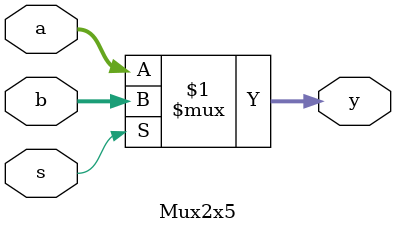
<source format=v>
`timescale 1ns / 1ps

module Mux2x5 (a, b, s, y);
	input [4:0] a, b;
	input s;
	output [4:0] y;
	assign y = s ? b : a;
endmodule

</source>
